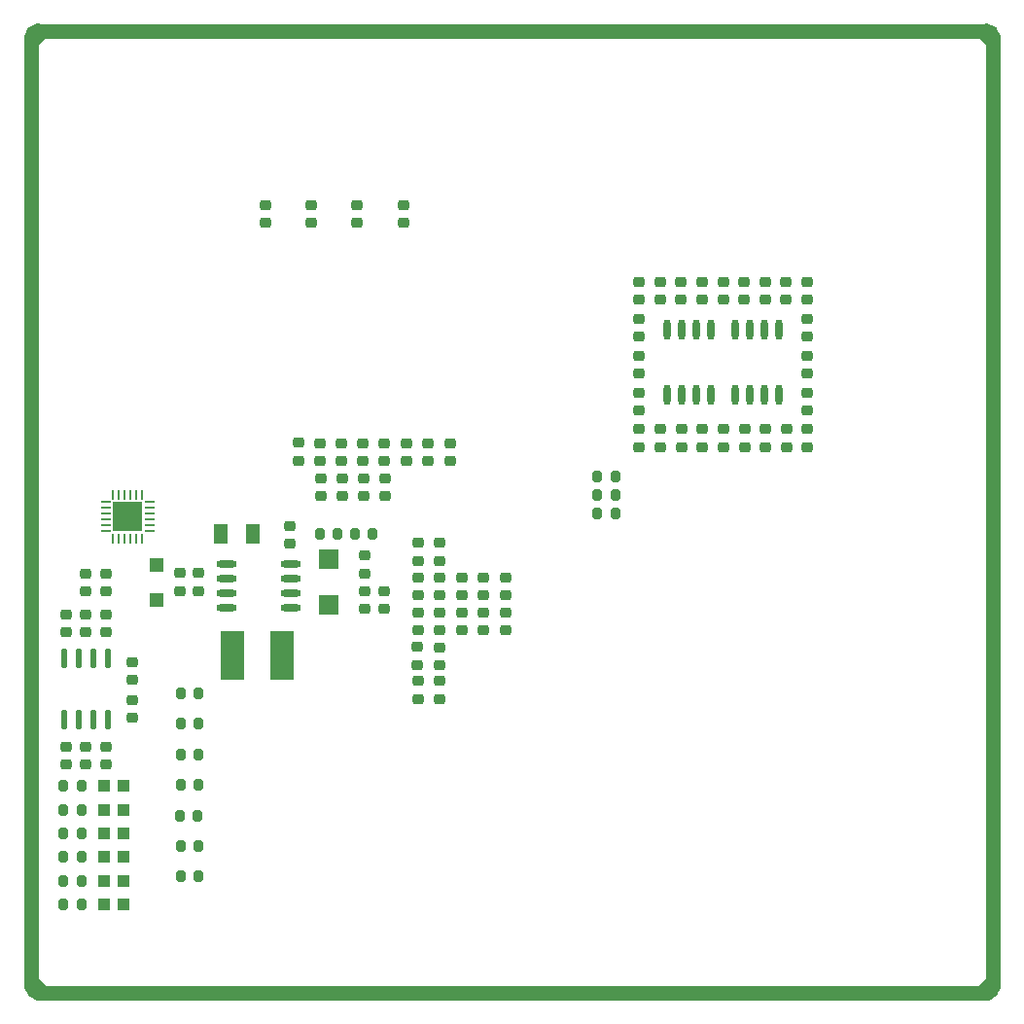
<source format=gbp>
G04*
G04 #@! TF.GenerationSoftware,Altium Limited,Altium Designer,24.1.2 (44)*
G04*
G04 Layer_Color=128*
%FSLAX44Y44*%
%MOMM*%
G71*
G04*
G04 #@! TF.SameCoordinates,6F585FF1-4DE3-4077-9EA4-C48F536BE3D4*
G04*
G04*
G04 #@! TF.FilePolarity,Positive*
G04*
G01*
G75*
%ADD25C,1.2300*%
%ADD45R,1.8000X1.8000*%
G04:AMPARAMS|DCode=62|XSize=0.95mm|YSize=0.85mm|CornerRadius=0.2125mm|HoleSize=0mm|Usage=FLASHONLY|Rotation=0.000|XOffset=0mm|YOffset=0mm|HoleType=Round|Shape=RoundedRectangle|*
%AMROUNDEDRECTD62*
21,1,0.9500,0.4250,0,0,0.0*
21,1,0.5250,0.8500,0,0,0.0*
1,1,0.4250,0.2625,-0.2125*
1,1,0.4250,-0.2625,-0.2125*
1,1,0.4250,-0.2625,0.2125*
1,1,0.4250,0.2625,0.2125*
%
%ADD62ROUNDEDRECTD62*%
%ADD63O,0.6000X1.8000*%
G04:AMPARAMS|DCode=64|XSize=0.95mm|YSize=0.85mm|CornerRadius=0.2125mm|HoleSize=0mm|Usage=FLASHONLY|Rotation=90.000|XOffset=0mm|YOffset=0mm|HoleType=Round|Shape=RoundedRectangle|*
%AMROUNDEDRECTD64*
21,1,0.9500,0.4250,0,0,90.0*
21,1,0.5250,0.8500,0,0,90.0*
1,1,0.4250,0.2125,0.2625*
1,1,0.4250,0.2125,-0.2625*
1,1,0.4250,-0.2125,-0.2625*
1,1,0.4250,-0.2125,0.2625*
%
%ADD64ROUNDEDRECTD64*%
G04:AMPARAMS|DCode=146|XSize=1.64mm|YSize=0.59mm|CornerRadius=0.1475mm|HoleSize=0mm|Usage=FLASHONLY|Rotation=90.000|XOffset=0mm|YOffset=0mm|HoleType=Round|Shape=RoundedRectangle|*
%AMROUNDEDRECTD146*
21,1,1.6400,0.2950,0,0,90.0*
21,1,1.3450,0.5900,0,0,90.0*
1,1,0.2950,0.1475,0.6725*
1,1,0.2950,0.1475,-0.6725*
1,1,0.2950,-0.1475,-0.6725*
1,1,0.2950,-0.1475,0.6725*
%
%ADD146ROUNDEDRECTD146*%
G04:AMPARAMS|DCode=147|XSize=1.75mm|YSize=1.25mm|CornerRadius=0.2438mm|HoleSize=0mm|Usage=FLASHONLY|Rotation=270.000|XOffset=0mm|YOffset=0mm|HoleType=Round|Shape=RoundedRectangle|*
%AMROUNDEDRECTD147*
21,1,1.7500,0.7625,0,0,270.0*
21,1,1.2625,1.2500,0,0,270.0*
1,1,0.4875,-0.3813,-0.6313*
1,1,0.4875,-0.3813,0.6313*
1,1,0.4875,0.3813,0.6313*
1,1,0.4875,0.3813,-0.6313*
%
%ADD147ROUNDEDRECTD147*%
%ADD148R,2.0000X4.2000*%
%ADD149R,0.2746X0.8048*%
%ADD150R,0.8048X0.2746*%
%ADD151R,2.6500X2.6500*%
%ADD152R,1.3000X1.1500*%
%ADD153O,1.8000X0.6000*%
%ADD155R,1.1000X1.0000*%
G36*
X837997Y837997D02*
X837984Y830638D01*
X837837D01*
X830440Y838035D01*
X837959D01*
X837997Y837997D01*
D02*
G37*
G36*
X19362Y837984D02*
Y837837D01*
X11965Y830440D01*
Y837959D01*
X12003Y837997D01*
X19362Y837984D01*
D02*
G37*
G36*
X102180Y421702D02*
X90930D01*
Y432952D01*
X102180D01*
Y421702D01*
D02*
G37*
G36*
X88930D02*
X77680D01*
Y432952D01*
X88930D01*
Y421702D01*
D02*
G37*
G36*
X102180Y408452D02*
X90930D01*
Y419702D01*
X102180D01*
Y408452D01*
D02*
G37*
G36*
X88930D02*
X77680D01*
Y419702D01*
X88930D01*
Y408452D01*
D02*
G37*
G36*
X838035Y12041D02*
X837997Y12003D01*
X830638Y12016D01*
Y12163D01*
X838035Y19560D01*
Y12041D01*
D02*
G37*
G36*
X19560Y11965D02*
X12041D01*
X12003Y12003D01*
X12016Y19362D01*
X12163D01*
X19560Y11965D01*
D02*
G37*
D25*
X12006Y843650D02*
G03*
X6356Y838012I0J-5650D01*
G01*
X6356Y12000D02*
G03*
X11994Y6350I5650J0D01*
G01*
X838006Y6350D02*
G03*
X843656Y11988I0J5650D01*
G01*
X843656Y838000D02*
G03*
X838024Y843650I-5650J0D01*
G01*
X843656Y12000D02*
X843656Y837975D01*
X12024Y843650D02*
X838006Y843650D01*
X12006Y6350D02*
X837981Y6350D01*
X6356Y12025D02*
X6356Y838000D01*
D45*
X265233Y343601D02*
D03*
Y383601D02*
D03*
D62*
X210000Y691910D02*
D03*
Y676410D02*
D03*
X250000D02*
D03*
Y691910D02*
D03*
X290000D02*
D03*
Y676410D02*
D03*
X330454Y691910D02*
D03*
Y676410D02*
D03*
X231111Y397361D02*
D03*
Y412861D02*
D03*
X681860Y577550D02*
D03*
Y593050D02*
D03*
X681860Y560933D02*
D03*
Y545433D02*
D03*
Y528816D02*
D03*
Y513316D02*
D03*
X681984Y481200D02*
D03*
Y496700D02*
D03*
X663664Y496700D02*
D03*
Y481200D02*
D03*
X645343Y496700D02*
D03*
Y481200D02*
D03*
X627147Y496700D02*
D03*
Y481200D02*
D03*
X608827Y496700D02*
D03*
Y481200D02*
D03*
X590381Y496700D02*
D03*
Y481200D02*
D03*
X572060Y496700D02*
D03*
Y481200D02*
D03*
X553740Y481200D02*
D03*
Y496700D02*
D03*
X535544D02*
D03*
Y481200D02*
D03*
Y513316D02*
D03*
Y528816D02*
D03*
X535544Y560933D02*
D03*
Y545433D02*
D03*
Y593050D02*
D03*
Y577550D02*
D03*
X535419Y609666D02*
D03*
Y625166D02*
D03*
X553833Y609666D02*
D03*
Y625166D02*
D03*
X571998Y609666D02*
D03*
Y625166D02*
D03*
X590287Y609666D02*
D03*
Y625166D02*
D03*
X608577Y609666D02*
D03*
Y625166D02*
D03*
X626866Y609666D02*
D03*
Y625166D02*
D03*
X645281Y609666D02*
D03*
Y625166D02*
D03*
X663445Y625166D02*
D03*
Y609666D02*
D03*
X681859Y609666D02*
D03*
Y625166D02*
D03*
X361696Y277498D02*
D03*
Y261998D02*
D03*
X342646D02*
D03*
Y277498D02*
D03*
X361696Y306962D02*
D03*
Y291462D02*
D03*
X342521Y291716D02*
D03*
Y307216D02*
D03*
X342646Y337058D02*
D03*
Y321558D02*
D03*
X361696D02*
D03*
Y337058D02*
D03*
X380746Y321558D02*
D03*
Y337058D02*
D03*
X399796Y321558D02*
D03*
Y337058D02*
D03*
X418846Y321558D02*
D03*
Y337058D02*
D03*
X418846Y367668D02*
D03*
Y352168D02*
D03*
X399796Y367668D02*
D03*
Y352168D02*
D03*
X380746Y367668D02*
D03*
Y352168D02*
D03*
X361696Y367668D02*
D03*
Y352168D02*
D03*
X342646Y367668D02*
D03*
Y352168D02*
D03*
Y382140D02*
D03*
Y397640D02*
D03*
X361696D02*
D03*
Y382140D02*
D03*
X53866Y320256D02*
D03*
Y335756D02*
D03*
X36612Y320256D02*
D03*
Y335756D02*
D03*
X71120Y320256D02*
D03*
Y335756D02*
D03*
X53866Y355470D02*
D03*
Y370970D02*
D03*
X71120D02*
D03*
Y355470D02*
D03*
X135465Y356007D02*
D03*
Y371507D02*
D03*
X151944Y356106D02*
D03*
Y371606D02*
D03*
X296198Y340154D02*
D03*
Y355654D02*
D03*
X313436Y340230D02*
D03*
Y355730D02*
D03*
X296198Y386718D02*
D03*
Y371218D02*
D03*
X258024Y438515D02*
D03*
Y454015D02*
D03*
X276762Y438515D02*
D03*
Y454015D02*
D03*
X295499Y454015D02*
D03*
Y438515D02*
D03*
X314237D02*
D03*
Y454015D02*
D03*
X351616Y469324D02*
D03*
Y484824D02*
D03*
X332667Y484824D02*
D03*
Y469324D02*
D03*
X294993Y484824D02*
D03*
Y469324D02*
D03*
X276455Y469324D02*
D03*
Y484824D02*
D03*
X257918Y469324D02*
D03*
Y484824D02*
D03*
X239014Y485016D02*
D03*
Y469516D02*
D03*
X370719Y484824D02*
D03*
Y469324D02*
D03*
X313530Y469324D02*
D03*
Y484824D02*
D03*
X94270Y293846D02*
D03*
Y278346D02*
D03*
Y260826D02*
D03*
Y245326D02*
D03*
X53866Y220456D02*
D03*
Y204956D02*
D03*
X71120Y220456D02*
D03*
Y204956D02*
D03*
X36612Y220456D02*
D03*
Y204956D02*
D03*
D63*
X597644Y527031D02*
D03*
X584944D02*
D03*
X572243D02*
D03*
X559543D02*
D03*
X597644Y583531D02*
D03*
X584944D02*
D03*
X572243D02*
D03*
X559543D02*
D03*
X619234Y583531D02*
D03*
X631934D02*
D03*
X644633D02*
D03*
X657334D02*
D03*
X619234Y527031D02*
D03*
X631934D02*
D03*
X644633D02*
D03*
X657334D02*
D03*
D64*
X151530Y107897D02*
D03*
X136030D02*
D03*
X136030Y134251D02*
D03*
X151530D02*
D03*
X135506Y160274D02*
D03*
X151006D02*
D03*
X136030Y187210D02*
D03*
X151530D02*
D03*
X136030Y213689D02*
D03*
X151530D02*
D03*
X136030Y240168D02*
D03*
X151530D02*
D03*
X136030Y266647D02*
D03*
X151530D02*
D03*
X498980Y423164D02*
D03*
X514480D02*
D03*
Y439420D02*
D03*
X498980D02*
D03*
Y455676D02*
D03*
X514480D02*
D03*
X272983Y405721D02*
D03*
X257483D02*
D03*
X287906Y405638D02*
D03*
X303406D02*
D03*
X34160Y82804D02*
D03*
X49660D02*
D03*
X34160Y103497D02*
D03*
X49660D02*
D03*
X34160Y124189D02*
D03*
X49660D02*
D03*
X34160Y144881D02*
D03*
X49660D02*
D03*
X34160Y186265D02*
D03*
X49660D02*
D03*
X34160Y165573D02*
D03*
X49660D02*
D03*
D146*
X72934Y244252D02*
D03*
X60234D02*
D03*
X47534D02*
D03*
X34834D02*
D03*
Y296952D02*
D03*
X47534D02*
D03*
X60234D02*
D03*
X72934D02*
D03*
D147*
X199405Y405746D02*
D03*
X171405D02*
D03*
D148*
X224900Y299720D02*
D03*
X181500D02*
D03*
D149*
X77430Y439726D02*
D03*
X82430D02*
D03*
X87430D02*
D03*
X92430D02*
D03*
X97430D02*
D03*
X102430D02*
D03*
Y401678D02*
D03*
X97430D02*
D03*
X92430D02*
D03*
X87430D02*
D03*
X82430D02*
D03*
X77430D02*
D03*
D150*
X108954Y433202D02*
D03*
Y428202D02*
D03*
Y423202D02*
D03*
Y418202D02*
D03*
Y413202D02*
D03*
Y408202D02*
D03*
X70906D02*
D03*
Y413202D02*
D03*
Y418202D02*
D03*
Y423202D02*
D03*
Y428202D02*
D03*
Y433202D02*
D03*
D151*
X89930Y420702D02*
D03*
D152*
X115316Y347720D02*
D03*
Y378720D02*
D03*
D153*
X175910Y341376D02*
D03*
Y354076D02*
D03*
Y366776D02*
D03*
Y379476D02*
D03*
X232410Y341376D02*
D03*
Y354076D02*
D03*
Y366776D02*
D03*
Y379476D02*
D03*
D155*
X86232Y82804D02*
D03*
X69232D02*
D03*
X86232Y103497D02*
D03*
X69232D02*
D03*
X86232Y124189D02*
D03*
X69232D02*
D03*
X86232Y144881D02*
D03*
X69232D02*
D03*
X86232Y186265D02*
D03*
X69232D02*
D03*
X86232Y165573D02*
D03*
X69232D02*
D03*
M02*

</source>
